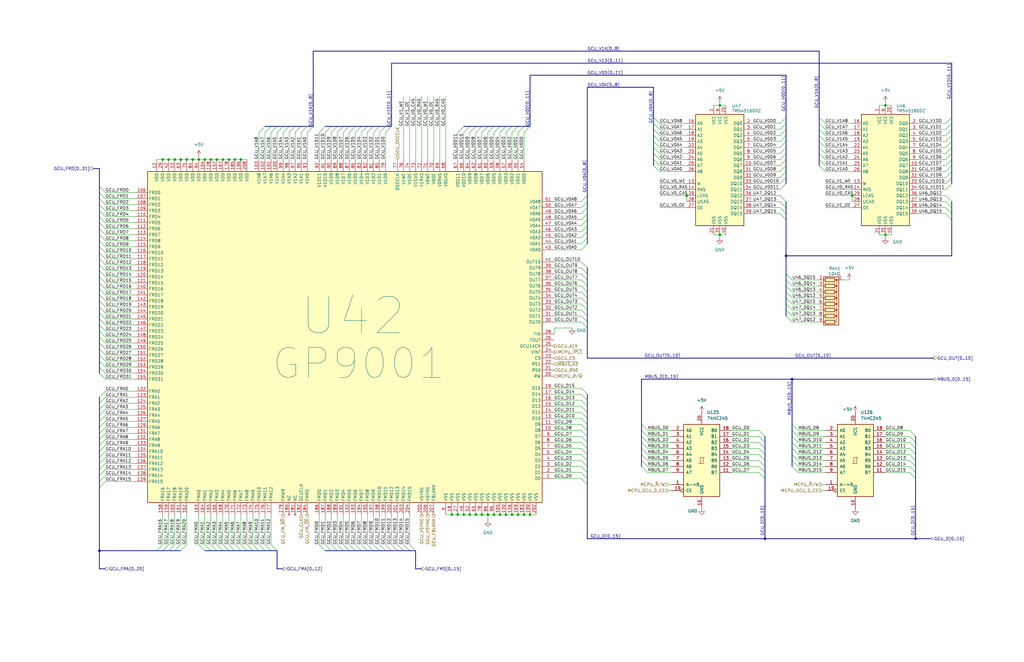
<source format=kicad_sch>
(kicad_sch (version 20231120) (generator "eeschema") (generator_version "8.0")
  (paper "B")
  (title_block (title "RA9704, GCU and GCU_V RAM") (date "2024-12-30") (rev "003") (company "Coin-Op Collection") (comment 1 "Author: Brandon Arnold") (comment 2 "License: CC BY-NC-SA 4.0"))
  (junction (at 322.58 227.33))
  (junction (at 96.52 67.31))
  (junction (at 220.98 217.17))
  (junction (at 76.2 67.31))
  (junction (at 91.44 67.31))
  (junction (at 93.98 67.31))
  (junction (at 83.82 67.31))
  (junction (at 215.9 217.17))
  (junction (at 213.36 217.17))
  (junction (at 193.04 217.17))
  (junction (at 203.2 217.17))
  (junction (at 78.74 67.31))
  (junction (at 218.44 217.17))
  (junction (at 198.12 217.17))
  (junction (at 289.56 82.55))
  (junction (at 99.06 67.31))
  (junction (at 71.12 67.31))
  (junction (at 86.36 67.31))
  (junction (at 195.58 217.17))
  (junction (at 68.58 67.31))
  (junction (at 101.6 67.31))
  (junction (at 73.66 67.31))
  (junction (at 223.52 217.17))
  (junction (at 359.41 82.55))
  (junction (at 190.5 217.17))
  (junction (at 331.47 107.95))
  (junction (at 210.82 217.17))
  (junction (at 88.9 67.31))
  (junction (at 205.74 217.17))
  (junction (at 200.66 217.17))
  (junction (at 303.53 99.06))
  (junction (at 373.38 99.06))
  (junction (at 81.28 67.31))
  (junction (at 208.28 217.17))
  (junction (at 303.53 44.45))
  (junction (at 386.08 227.33))
  (junction (at 41.91 232.41))
  (junction (at 373.38 44.45))
  (junction (at 334.01 160.02))
  (bus_entry (at 157.48 229.87) (size 2.54 2.54))
  (bus_entry (at 41.91 142.24) (size 2.54 2.54))
  (bus_entry (at 245.11 186.69) (size 2.54 2.54))
  (bus_entry (at 331.47 77.47) (size -2.54 2.54))
  (bus_entry (at 44.45 198.12) (size -2.54 2.54))
  (bus_entry (at 114.3 53.34) (size -2.54 2.54))
  (bus_entry (at 41.91 139.7) (size 2.54 2.54))
  (bus_entry (at 44.45 177.8) (size -2.54 2.54))
  (bus_entry (at 320.04 191.77) (size 2.54 2.54))
  (bus_entry (at 270.51 196.85) (size 2.54 2.54))
  (bus_entry (at 401.32 72.39) (size -2.54 2.54))
  (bus_entry (at 247.65 92.71) (size -2.54 2.54))
  (bus_entry (at 331.47 67.31) (size -2.54 2.54))
  (bus_entry (at 345.44 67.31) (size 2.54 2.54))
  (bus_entry (at 154.94 229.87) (size 2.54 2.54))
  (bus_entry (at 345.44 54.61) (size 2.54 2.54))
  (bus_entry (at 44.45 165.1) (size -2.54 2.54))
  (bus_entry (at 116.84 53.34) (size -2.54 2.54))
  (bus_entry (at 245.11 123.19) (size 2.54 2.54))
  (bus_entry (at 73.66 229.87) (size -2.54 2.54))
  (bus_entry (at 245.11 171.45) (size 2.54 2.54))
  (bus_entry (at 41.91 114.3) (size 2.54 2.54))
  (bus_entry (at 195.58 53.34) (size -2.54 2.54))
  (bus_entry (at 111.76 53.34) (size -2.54 2.54))
  (bus_entry (at 383.54 184.15) (size 2.54 2.54))
  (bus_entry (at 328.93 87.63) (size 2.54 2.54))
  (bus_entry (at 247.65 82.55) (size -2.54 2.54))
  (bus_entry (at 91.44 229.87) (size 2.54 2.54))
  (bus_entry (at 44.45 170.18) (size -2.54 2.54))
  (bus_entry (at 275.59 49.53) (size 2.54 2.54))
  (bus_entry (at 41.91 88.9) (size 2.54 2.54))
  (bus_entry (at 245.11 166.37) (size 2.54 2.54))
  (bus_entry (at 111.76 229.87) (size 2.54 2.54))
  (bus_entry (at 245.11 128.27) (size 2.54 2.54))
  (bus_entry (at 162.56 229.87) (size 2.54 2.54))
  (bus_entry (at 320.04 184.15) (size 2.54 2.54))
  (bus_entry (at 220.98 53.34) (size -2.54 2.54))
  (bus_entry (at 270.51 191.77) (size 2.54 2.54))
  (bus_entry (at 270.51 189.23) (size 2.54 2.54))
  (bus_entry (at 99.06 229.87) (size 2.54 2.54))
  (bus_entry (at 275.59 57.15) (size 2.54 2.54))
  (bus_entry (at 320.04 186.69) (size 2.54 2.54))
  (bus_entry (at 320.04 194.31) (size 2.54 2.54))
  (bus_entry (at 331.47 128.27) (size 2.54 2.54))
  (bus_entry (at 44.45 172.72) (size -2.54 2.54))
  (bus_entry (at 331.47 74.93) (size -2.54 2.54))
  (bus_entry (at 331.47 64.77) (size -2.54 2.54))
  (bus_entry (at 41.91 111.76) (size 2.54 2.54))
  (bus_entry (at 160.02 53.34) (size -2.54 2.54))
  (bus_entry (at 44.45 193.04) (size -2.54 2.54))
  (bus_entry (at 383.54 194.31) (size 2.54 2.54))
  (bus_entry (at 331.47 57.15) (size -2.54 2.54))
  (bus_entry (at 83.82 229.87) (size 2.54 2.54))
  (bus_entry (at 157.48 53.34) (size -2.54 2.54))
  (bus_entry (at 331.47 62.23) (size -2.54 2.54))
  (bus_entry (at 328.93 85.09) (size 2.54 2.54))
  (bus_entry (at 44.45 187.96) (size -2.54 2.54))
  (bus_entry (at 331.47 69.85) (size -2.54 2.54))
  (bus_entry (at 383.54 181.61) (size 2.54 2.54))
  (bus_entry (at 331.47 59.69) (size -2.54 2.54))
  (bus_entry (at 245.11 115.57) (size 2.54 2.54))
  (bus_entry (at 334.01 184.15) (size 2.54 2.54))
  (bus_entry (at 41.91 101.6) (size 2.54 2.54))
  (bus_entry (at 147.32 229.87) (size 2.54 2.54))
  (bus_entry (at 86.36 229.87) (size 2.54 2.54))
  (bus_entry (at 247.65 87.63) (size -2.54 2.54))
  (bus_entry (at 41.91 124.46) (size 2.54 2.54))
  (bus_entry (at 245.11 130.81) (size 2.54 2.54))
  (bus_entry (at 44.45 203.2) (size -2.54 2.54))
  (bus_entry (at 383.54 196.85) (size 2.54 2.54))
  (bus_entry (at 331.47 125.73) (size 2.54 2.54))
  (bus_entry (at 345.44 52.07) (size 2.54 2.54))
  (bus_entry (at 345.44 57.15) (size 2.54 2.54))
  (bus_entry (at 270.51 186.69) (size 2.54 2.54))
  (bus_entry (at 275.59 54.61) (size 2.54 2.54))
  (bus_entry (at 328.93 82.55) (size 2.54 2.54))
  (bus_entry (at 275.59 62.23) (size 2.54 2.54))
  (bus_entry (at 245.11 184.15) (size 2.54 2.54))
  (bus_entry (at 93.98 229.87) (size 2.54 2.54))
  (bus_entry (at 245.11 110.49) (size 2.54 2.54))
  (bus_entry (at 270.51 181.61) (size 2.54 2.54))
  (bus_entry (at 401.32 74.93) (size -2.54 2.54))
  (bus_entry (at 245.11 191.77) (size 2.54 2.54))
  (bus_entry (at 41.91 154.94) (size 2.54 2.54))
  (bus_entry (at 41.91 91.44) (size 2.54 2.54))
  (bus_entry (at 398.78 87.63) (size 2.54 2.54))
  (bus_entry (at 334.01 191.77) (size 2.54 2.54))
  (bus_entry (at 245.11 181.61) (size 2.54 2.54))
  (bus_entry (at 41.91 144.78) (size 2.54 2.54))
  (bus_entry (at 41.91 109.22) (size 2.54 2.54))
  (bus_entry (at 119.38 53.34) (size -2.54 2.54))
  (bus_entry (at 331.47 115.57) (size 2.54 2.54))
  (bus_entry (at 147.32 53.34) (size -2.54 2.54))
  (bus_entry (at 345.44 69.85) (size 2.54 2.54))
  (bus_entry (at 275.59 69.85) (size 2.54 2.54))
  (bus_entry (at 320.04 196.85) (size 2.54 2.54))
  (bus_entry (at 78.74 229.87) (size -2.54 2.54))
  (bus_entry (at 334.01 189.23) (size 2.54 2.54))
  (bus_entry (at 137.16 229.87) (size 2.54 2.54))
  (bus_entry (at 245.11 199.39) (size 2.54 2.54))
  (bus_entry (at 345.44 49.53) (size 2.54 2.54))
  (bus_entry (at 215.9 53.34) (size -2.54 2.54))
  (bus_entry (at 383.54 191.77) (size 2.54 2.54))
  (bus_entry (at 245.11 125.73) (size 2.54 2.54))
  (bus_entry (at 41.91 93.98) (size 2.54 2.54))
  (bus_entry (at 162.56 53.34) (size -2.54 2.54))
  (bus_entry (at 247.65 85.09) (size -2.54 2.54))
  (bus_entry (at 331.47 133.35) (size 2.54 2.54))
  (bus_entry (at 383.54 189.23) (size 2.54 2.54))
  (bus_entry (at 245.11 135.89) (size 2.54 2.54))
  (bus_entry (at 331.47 118.11) (size 2.54 2.54))
  (bus_entry (at 44.45 190.5) (size -2.54 2.54))
  (bus_entry (at 132.08 53.34) (size -2.54 2.54))
  (bus_entry (at 41.91 119.38) (size 2.54 2.54))
  (bus_entry (at 154.94 53.34) (size -2.54 2.54))
  (bus_entry (at 334.01 181.61) (size 2.54 2.54))
  (bus_entry (at 160.02 229.87) (size 2.54 2.54))
  (bus_entry (at 149.86 229.87) (size 2.54 2.54))
  (bus_entry (at 223.52 53.34) (size -2.54 2.54))
  (bus_entry (at 245.11 194.31) (size 2.54 2.54))
  (bus_entry (at 44.45 167.64) (size -2.54 2.54))
  (bus_entry (at 320.04 189.23) (size 2.54 2.54))
  (bus_entry (at 41.91 83.82) (size 2.54 2.54))
  (bus_entry (at 121.92 53.34) (size -2.54 2.54))
  (bus_entry (at 41.91 132.08) (size 2.54 2.54))
  (bus_entry (at 334.01 186.69) (size 2.54 2.54))
  (bus_entry (at 41.91 127) (size 2.54 2.54))
  (bus_entry (at 44.45 185.42) (size -2.54 2.54))
  (bus_entry (at 44.45 180.34) (size -2.54 2.54))
  (bus_entry (at 104.14 229.87) (size 2.54 2.54))
  (bus_entry (at 152.4 53.34) (size -2.54 2.54))
  (bus_entry (at 331.47 123.19) (size 2.54 2.54))
  (bus_entry (at 245.11 189.23) (size 2.54 2.54))
  (bus_entry (at 270.51 179.07) (size 2.54 2.54))
  (bus_entry (at 245.11 179.07) (size 2.54 2.54))
  (bus_entry (at 44.45 182.88) (size -2.54 2.54))
  (bus_entry (at 149.86 53.34) (size -2.54 2.54))
  (bus_entry (at 165.1 229.87) (size 2.54 2.54))
  (bus_entry (at 401.32 77.47) (size -2.54 2.54))
  (bus_entry (at 41.91 78.74) (size 2.54 2.54))
  (bus_entry (at 205.74 53.34) (size -2.54 2.54))
  (bus_entry (at 245.11 120.65) (size 2.54 2.54))
  (bus_entry (at 71.12 229.87) (size -2.54 2.54))
  (bus_entry (at 167.64 229.87) (size 2.54 2.54))
  (bus_entry (at 76.2 229.87) (size -2.54 2.54))
  (bus_entry (at 127 53.34) (size -2.54 2.54))
  (bus_entry (at 245.11 113.03) (size 2.54 2.54))
  (bus_entry (at 401.32 59.69) (size -2.54 2.54))
  (bus_entry (at 68.58 229.87) (size -2.54 2.54))
  (bus_entry (at 401.32 67.31) (size -2.54 2.54))
  (bus_entry (at 203.2 53.34) (size -2.54 2.54))
  (bus_entry (at 331.47 72.39) (size -2.54 2.54))
  (bus_entry (at 320.04 181.61) (size 2.54 2.54))
  (bus_entry (at 41.91 81.28) (size 2.54 2.54))
  (bus_entry (at 198.12 53.34) (size -2.54 2.54))
  (bus_entry (at 41.91 96.52) (size 2.54 2.54))
  (bus_entry (at 247.65 95.25) (size -2.54 2.54))
  (bus_entry (at 109.22 229.87) (size 2.54 2.54))
  (bus_entry (at 124.46 53.34) (size -2.54 2.54))
  (bus_entry (at 270.51 194.31) (size 2.54 2.54))
  (bus_entry (at 245.11 173.99) (size 2.54 2.54))
  (bus_entry (at 134.62 229.87) (size 2.54 2.54))
  (bus_entry (at 328.93 90.17) (size 2.54 2.54))
  (bus_entry (at 245.11 133.35) (size 2.54 2.54))
  (bus_entry (at 270.51 184.15) (size 2.54 2.54))
  (bus_entry (at 275.59 64.77) (size 2.54 2.54))
  (bus_entry (at 41.91 152.4) (size 2.54 2.54))
  (bus_entry (at 144.78 53.34) (size -2.54 2.54))
  (bus_entry (at 383.54 186.69) (size 2.54 2.54))
  (bus_entry (at 114.3 229.87) (size 2.54 2.54))
  (bus_entry (at 41.91 157.48) (size 2.54 2.54))
  (bus_entry (at 401.32 57.15) (size -2.54 2.54))
  (bus_entry (at 398.78 85.09) (size 2.54 2.54))
  (bus_entry (at 247.65 97.79) (size -2.54 2.54))
  (bus_entry (at 245.11 168.91) (size 2.54 2.54))
  (bus_entry (at 139.7 229.87) (size 2.54 2.54))
  (bus_entry (at 331.47 130.81) (size 2.54 2.54))
  (bus_entry (at 139.7 53.34) (size -2.54 2.54))
  (bus_entry (at 142.24 53.34) (size -2.54 2.54))
  (bus_entry (at 345.44 64.77) (size 2.54 2.54))
  (bus_entry (at 331.47 49.53) (size -2.54 2.54))
  (bus_entry (at 44.45 175.26) (size -2.54 2.54))
  (bus_entry (at 210.82 53.34) (size -2.54 2.54))
  (bus_entry (at 41.91 99.06) (size 2.54 2.54))
  (bus_entry (at 345.44 59.69) (size 2.54 2.54))
  (bus_entry (at 247.65 100.33) (size -2.54 2.54))
  (bus_entry (at 401.32 52.07) (size -2.54 2.54))
  (bus_entry (at 331.47 54.61) (size -2.54 2.54))
  (bus_entry (at 152.4 229.87) (size 2.54 2.54))
  (bus_entry (at 88.9 229.87) (size 2.54 2.54))
  (bus_entry (at 247.65 90.17) (size -2.54 2.54))
  (bus_entry (at 41.91 104.14) (size 2.54 2.54))
  (bus_entry (at 41.91 106.68) (size 2.54 2.54))
  (bus_entry (at 334.01 179.07) (size 2.54 2.54))
  (bus_entry (at 44.45 200.66) (size -2.54 2.54))
  (bus_entry (at 245.11 201.93) (size 2.54 2.54))
  (bus_entry (at 398.78 82.55) (size 2.54 2.54))
  (bus_entry (at 213.36 53.34) (size -2.54 2.54))
  (bus_entry (at 218.44 53.34) (size -2.54 2.54))
  (bus_entry (at 275.59 67.31) (size 2.54 2.54))
  (bus_entry (at 137.16 53.34) (size -2.54 2.54))
  (bus_entry (at 275.59 59.69) (size 2.54 2.54))
  (bus_entry (at 106.68 229.87) (size 2.54 2.54))
  (bus_entry (at 129.54 53.34) (size -2.54 2.54))
  (bus_entry (at 334.01 194.31) (size 2.54 2.54))
  (bus_entry (at 41.91 86.36) (size 2.54 2.54))
  (bus_entry (at 401.32 62.23) (size -2.54 2.54))
  (bus_entry (at 331.47 120.65) (size 2.54 2.54))
  (bus_entry (at 401.32 49.53) (size -2.54 2.54))
  (bus_entry (at 41.91 137.16) (size 2.54 2.54))
  (bus_entry (at 245.11 163.83) (size 2.54 2.54))
  (bus_entry (at 401.32 64.77) (size -2.54 2.54))
  (bus_entry (at 320.04 199.39) (size 2.54 2.54))
  (bus_entry (at 170.18 229.87) (size 2.54 2.54))
  (bus_entry (at 245.11 176.53) (size 2.54 2.54))
  (bus_entry (at 41.91 147.32) (size 2.54 2.54))
  (bus_entry (at 208.28 53.34) (size -2.54 2.54))
  (bus_entry (at 331.47 52.07) (size -2.54 2.54))
  (bus_entry (at 247.65 102.87) (size -2.54 2.54))
  (bus_entry (at 165.1 53.34) (size -2.54 2.54))
  (bus_entry (at 142.24 229.87) (size 2.54 2.54))
  (bus_entry (at 245.11 196.85) (size 2.54 2.54))
  (bus_entry (at 41.91 134.62) (size 2.54 2.54))
  (bus_entry (at 398.78 90.17) (size 2.54 2.54))
  (bus_entry (at 172.72 229.87) (size 2.54 2.54))
  (bus_entry (at 345.44 62.23) (size 2.54 2.54))
  (bus_entry (at 101.6 229.87) (size 2.54 2.54))
  (bus_entry (at 41.91 149.86) (size 2.54 2.54))
  (bus_entry (at 41.91 121.92) (size 2.54 2.54))
  (bus_entry (at 383.54 199.39) (size 2.54 2.54))
  (bus_entry (at 144.78 229.87) (size 2.54 2.54))
  (bus_entry (at 44.45 195.58) (size -2.54 2.54))
  (bus_entry (at 401.32 69.85) (size -2.54 2.54))
  (bus_entry (at 245.11 118.11) (size 2.54 2.54))
  (bus_entry (at 401.32 54.61) (size -2.54 2.54))
  (bus_entry (at 41.91 116.84) (size 2.54 2.54))
  (bus_entry (at 96.52 229.87) (size 2.54 2.54))
  (bus_entry (at 200.66 53.34) (size -2.54 2.54))
  (bus_entry (at 41.91 129.54) (size 2.54 2.54))
  (bus_entry (at 275.59 52.07) (size 2.54 2.54))
  (bus_entry (at 334.01 196.85) (size 2.54 2.54))
  (wire (pts (xy 44.45 193.04) (xy 57.15 193.04)))
  (wire (pts (xy 278.13 77.47) (xy 289.56 77.47)))
  (wire (pts (xy 144.78 55.88) (xy 144.78 67.31)))
  (bus (pts (xy 132.08 21.59) (xy 132.08 53.34)))
  (wire (pts (xy 289.56 52.07) (xy 278.13 52.07)))
  (wire (pts (xy 370.84 99.06) (xy 373.38 99.06)))
  (bus (pts (xy 345.44 62.23) (xy 345.44 59.69)))
  (bus (pts (xy 247.65 199.39) (xy 247.65 201.93)))
  (wire (pts (xy 93.98 67.31) (xy 96.52 67.31)))
  (bus (pts (xy 386.08 191.77) (xy 386.08 194.31)))
  (bus (pts (xy 99.06 232.41) (xy 101.6 232.41)))
  (wire (pts (xy 167.64 229.87) (xy 167.64 217.17)))
  (wire (pts (xy 182.88 40.64) (xy 182.88 67.31)))
  (bus (pts (xy 41.91 175.26) (xy 41.91 177.8)))
  (wire (pts (xy 170.18 40.64) (xy 170.18 67.31)))
  (wire (pts (xy 373.38 194.31) (xy 383.54 194.31)))
  (wire (pts (xy 44.45 86.36) (xy 57.15 86.36)))
  (wire (pts (xy 233.68 113.03) (xy 245.11 113.03)))
  (bus (pts (xy 41.91 144.78) (xy 41.91 142.24)))
  (wire (pts (xy 336.55 196.85) (xy 347.98 196.85)))
  (wire (pts (xy 195.58 217.17) (xy 198.12 217.17)))
  (wire (pts (xy 223.52 217.17) (xy 226.06 217.17)))
  (wire (pts (xy 245.11 87.63) (xy 233.68 87.63)))
  (wire (pts (xy 187.96 217.17) (xy 190.5 217.17)))
  (wire (pts (xy 359.41 52.07) (xy 347.98 52.07)))
  (bus (pts (xy 200.66 53.34) (xy 203.2 53.34)))
  (bus (pts (xy 247.65 95.25) (xy 247.65 92.71)))
  (wire (pts (xy 359.41 67.31) (xy 347.98 67.31)))
  (bus (pts (xy 270.51 196.85) (xy 270.51 194.31)))
  (wire (pts (xy 289.56 57.15) (xy 278.13 57.15)))
  (wire (pts (xy 373.38 199.39) (xy 383.54 199.39)))
  (wire (pts (xy 336.55 181.61) (xy 347.98 181.61)))
  (bus (pts (xy 275.59 67.31) (xy 275.59 69.85)))
  (wire (pts (xy 106.68 229.87) (xy 106.68 217.17)))
  (bus (pts (xy 345.44 49.53) (xy 345.44 21.59)))
  (wire (pts (xy 83.82 66.04) (xy 83.82 67.31)))
  (bus (pts (xy 322.58 227.33) (xy 386.08 227.33)))
  (wire (pts (xy 44.45 88.9) (xy 57.15 88.9)))
  (wire (pts (xy 245.11 95.25) (xy 233.68 95.25)))
  (bus (pts (xy 41.91 152.4) (xy 41.91 149.86)))
  (bus (pts (xy 247.65 123.19) (xy 247.65 125.73)))
  (bus (pts (xy 41.91 124.46) (xy 41.91 121.92)))
  (bus (pts (xy 334.01 179.07) (xy 334.01 181.61)))
  (wire (pts (xy 165.1 229.87) (xy 165.1 217.17)))
  (wire (pts (xy 328.93 72.39) (xy 317.5 72.39)))
  (bus (pts (xy 41.91 104.14) (xy 41.91 101.6)))
  (wire (pts (xy 175.26 40.64) (xy 175.26 67.31)))
  (wire (pts (xy 347.98 82.55) (xy 359.41 82.55)))
  (wire (pts (xy 233.68 171.45) (xy 245.11 171.45)))
  (wire (pts (xy 137.16 229.87) (xy 137.16 217.17)))
  (wire (pts (xy 359.41 54.61) (xy 347.98 54.61)))
  (wire (pts (xy 334.01 125.73) (xy 345.44 125.73)))
  (bus (pts (xy 167.64 232.41) (xy 170.18 232.41)))
  (bus (pts (xy 111.76 232.41) (xy 114.3 232.41)))
  (bus (pts (xy 275.59 57.15) (xy 275.59 59.69)))
  (wire (pts (xy 99.06 67.31) (xy 101.6 67.31)))
  (wire (pts (xy 44.45 175.26) (xy 57.15 175.26)))
  (wire (pts (xy 317.5 87.63) (xy 328.93 87.63)))
  (bus (pts (xy 93.98 232.41) (xy 96.52 232.41)))
  (wire (pts (xy 109.22 55.88) (xy 109.22 67.31)))
  (wire (pts (xy 328.93 67.31) (xy 317.5 67.31)))
  (bus (pts (xy 247.65 87.63) (xy 247.65 85.09)))
  (wire (pts (xy 93.98 229.87) (xy 93.98 217.17)))
  (bus (pts (xy 401.32 62.23) (xy 401.32 59.69)))
  (bus (pts (xy 275.59 59.69) (xy 275.59 62.23)))
  (bus (pts (xy 322.58 201.93) (xy 322.58 227.33)))
  (wire (pts (xy 289.56 54.61) (xy 278.13 54.61)))
  (wire (pts (xy 398.78 80.01) (xy 387.35 80.01)))
  (bus (pts (xy 41.91 127) (xy 41.91 124.46)))
  (bus (pts (xy 157.48 232.41) (xy 160.02 232.41)))
  (bus (pts (xy 66.04 232.41) (xy 41.91 232.41)))
  (bus (pts (xy 401.32 90.17) (xy 401.32 92.71)))
  (wire (pts (xy 160.02 229.87) (xy 160.02 217.17)))
  (bus (pts (xy 247.65 113.03) (xy 247.65 115.57)))
  (bus (pts (xy 401.32 77.47) (xy 401.32 74.93)))
  (wire (pts (xy 328.93 77.47) (xy 317.5 77.47)))
  (wire (pts (xy 289.56 82.55) (xy 289.56 85.09)))
  (bus (pts (xy 247.65 97.79) (xy 247.65 95.25)))
  (bus (pts (xy 247.65 173.99) (xy 247.65 176.53)))
  (bus (pts (xy 331.47 128.27) (xy 331.47 130.81)))
  (bus (pts (xy 41.91 154.94) (xy 41.91 152.4)))
  (bus (pts (xy 247.65 204.47) (xy 247.65 227.33)))
  (wire (pts (xy 66.04 67.31) (xy 68.58 67.31)))
  (bus (pts (xy 386.08 184.15) (xy 386.08 186.69)))
  (bus (pts (xy 41.91 198.12) (xy 41.91 200.66)))
  (bus (pts (xy 142.24 232.41) (xy 144.78 232.41)))
  (wire (pts (xy 233.68 191.77) (xy 245.11 191.77)))
  (wire (pts (xy 139.7 229.87) (xy 139.7 217.17)))
  (wire (pts (xy 233.68 166.37) (xy 245.11 166.37)))
  (wire (pts (xy 245.11 90.17) (xy 233.68 90.17)))
  (wire (pts (xy 245.11 85.09) (xy 233.68 85.09)))
  (wire (pts (xy 180.34 40.64) (xy 180.34 67.31)))
  (wire (pts (xy 328.93 80.01) (xy 317.5 80.01)))
  (wire (pts (xy 328.93 54.61) (xy 317.5 54.61)))
  (wire (pts (xy 203.2 55.88) (xy 203.2 67.31)))
  (bus (pts (xy 247.65 138.43) (xy 247.65 151.13)))
  (bus (pts (xy 218.44 53.34) (xy 220.98 53.34)))
  (wire (pts (xy 177.8 40.64) (xy 177.8 67.31)))
  (bus (pts (xy 247.65 130.81) (xy 247.65 133.35)))
  (wire (pts (xy 96.52 67.31) (xy 99.06 67.31)))
  (bus (pts (xy 270.51 194.31) (xy 270.51 191.77)))
  (wire (pts (xy 154.94 229.87) (xy 154.94 217.17)))
  (wire (pts (xy 198.12 217.17) (xy 200.66 217.17)))
  (wire (pts (xy 44.45 165.1) (xy 57.15 165.1)))
  (bus (pts (xy 275.59 62.23) (xy 275.59 64.77)))
  (wire (pts (xy 398.78 52.07) (xy 387.35 52.07)))
  (wire (pts (xy 213.36 217.17) (xy 215.9 217.17)))
  (bus (pts (xy 91.44 232.41) (xy 93.98 232.41)))
  (bus (pts (xy 334.01 191.77) (xy 334.01 194.31)))
  (bus (pts (xy 247.65 181.61) (xy 247.65 184.15)))
  (bus (pts (xy 334.01 186.69) (xy 334.01 189.23)))
  (wire (pts (xy 198.12 55.88) (xy 198.12 67.31)))
  (bus (pts (xy 139.7 53.34) (xy 142.24 53.34)))
  (bus (pts (xy 165.1 232.41) (xy 167.64 232.41)))
  (wire (pts (xy 334.01 128.27) (xy 345.44 128.27)))
  (bus (pts (xy 270.51 186.69) (xy 270.51 184.15)))
  (bus (pts (xy 73.66 232.41) (xy 71.12 232.41)))
  (wire (pts (xy 245.11 105.41) (xy 233.68 105.41)))
  (bus (pts (xy 247.65 151.13) (xy 393.7 151.13)))
  (bus (pts (xy 345.44 54.61) (xy 345.44 52.07)))
  (wire (pts (xy 328.93 62.23) (xy 317.5 62.23)))
  (bus (pts (xy 203.2 53.34) (xy 205.74 53.34)))
  (bus (pts (xy 401.32 59.69) (xy 401.32 57.15)))
  (wire (pts (xy 328.93 57.15) (xy 317.5 57.15)))
  (bus (pts (xy 172.72 232.41) (xy 175.26 232.41)))
  (wire (pts (xy 308.61 191.77) (xy 320.04 191.77)))
  (wire (pts (xy 373.38 186.69) (xy 383.54 186.69)))
  (wire (pts (xy 111.76 229.87) (xy 111.76 217.17)))
  (bus (pts (xy 247.65 191.77) (xy 247.65 194.31)))
  (bus (pts (xy 331.47 69.85) (xy 331.47 67.31)))
  (wire (pts (xy 359.41 64.77) (xy 347.98 64.77)))
  (bus (pts (xy 175.26 240.03) (xy 177.8 240.03)))
  (wire (pts (xy 398.78 59.69) (xy 387.35 59.69)))
  (bus (pts (xy 331.47 49.53) (xy 331.47 31.75)))
  (bus (pts (xy 247.65 125.73) (xy 247.65 128.27)))
  (wire (pts (xy 336.55 191.77) (xy 347.98 191.77)))
  (bus (pts (xy 114.3 232.41) (xy 116.84 232.41)))
  (bus (pts (xy 223.52 31.75) (xy 223.52 53.34)))
  (bus (pts (xy 275.59 54.61) (xy 275.59 57.15)))
  (wire (pts (xy 398.78 54.61) (xy 387.35 54.61)))
  (wire (pts (xy 359.41 72.39) (xy 347.98 72.39)))
  (wire (pts (xy 398.78 62.23) (xy 387.35 62.23)))
  (wire (pts (xy 44.45 154.94) (xy 57.15 154.94)))
  (bus (pts (xy 165.1 53.34) (xy 165.1 26.67)))
  (bus (pts (xy 331.47 59.69) (xy 331.47 57.15)))
  (bus (pts (xy 41.91 149.86) (xy 41.91 147.32)))
  (bus (pts (xy 331.47 67.31) (xy 331.47 64.77)))
  (wire (pts (xy 398.78 74.93) (xy 387.35 74.93)))
  (bus (pts (xy 149.86 53.34) (xy 152.4 53.34)))
  (wire (pts (xy 328.93 69.85) (xy 317.5 69.85)))
  (wire (pts (xy 346.71 207.01) (xy 347.98 207.01)))
  (wire (pts (xy 162.56 55.88) (xy 162.56 67.31)))
  (wire (pts (xy 114.3 229.87) (xy 114.3 217.17)))
  (wire (pts (xy 144.78 229.87) (xy 144.78 217.17)))
  (bus (pts (xy 41.91 132.08) (xy 41.91 129.54)))
  (wire (pts (xy 308.61 184.15) (xy 320.04 184.15)))
  (bus (pts (xy 247.65 227.33) (xy 322.58 227.33)))
  (bus (pts (xy 39.37 71.12) (xy 41.91 71.12)))
  (wire (pts (xy 308.61 196.85) (xy 320.04 196.85)))
  (wire (pts (xy 317.5 90.17) (xy 328.93 90.17)))
  (wire (pts (xy 172.72 229.87) (xy 172.72 217.17)))
  (wire (pts (xy 245.11 100.33) (xy 233.68 100.33)))
  (wire (pts (xy 195.58 55.88) (xy 195.58 67.31)))
  (bus (pts (xy 247.65 92.71) (xy 247.65 90.17)))
  (wire (pts (xy 308.61 194.31) (xy 320.04 194.31)))
  (wire (pts (xy 289.56 59.69) (xy 278.13 59.69)))
  (wire (pts (xy 134.62 229.87) (xy 134.62 217.17)))
  (bus (pts (xy 119.38 53.34) (xy 121.92 53.34)))
  (bus (pts (xy 41.91 167.64) (xy 41.91 170.18)))
  (bus (pts (xy 41.91 200.66) (xy 41.91 203.2)))
  (bus (pts (xy 195.58 53.34) (xy 198.12 53.34)))
  (bus (pts (xy 331.47 54.61) (xy 331.47 52.07)))
  (wire (pts (xy 373.38 43.18) (xy 373.38 44.45)))
  (bus (pts (xy 101.6 232.41) (xy 104.14 232.41)))
  (bus (pts (xy 127 53.34) (xy 129.54 53.34)))
  (wire (pts (xy 233.68 168.91) (xy 245.11 168.91)))
  (wire (pts (xy 373.38 99.06) (xy 375.92 99.06)))
  (bus (pts (xy 345.44 64.77) (xy 345.44 62.23)))
  (wire (pts (xy 233.68 115.57) (xy 245.11 115.57)))
  (bus (pts (xy 121.92 53.34) (xy 124.46 53.34)))
  (wire (pts (xy 233.68 133.35) (xy 245.11 133.35)))
  (wire (pts (xy 373.38 196.85) (xy 383.54 196.85)))
  (wire (pts (xy 373.38 184.15) (xy 383.54 184.15)))
  (wire (pts (xy 215.9 55.88) (xy 215.9 67.31)))
  (wire (pts (xy 137.16 55.88) (xy 137.16 67.31)))
  (bus (pts (xy 41.91 91.44) (xy 41.91 88.9)))
  (bus (pts (xy 41.91 119.38) (xy 41.91 116.84)))
  (wire (pts (xy 281.94 204.47) (xy 283.21 204.47)))
  (wire (pts (xy 44.45 119.38) (xy 57.15 119.38)))
  (bus (pts (xy 41.91 99.06) (xy 41.91 96.52)))
  (bus (pts (xy 152.4 232.41) (xy 154.94 232.41)))
  (wire (pts (xy 44.45 144.78) (xy 57.15 144.78)))
  (wire (pts (xy 205.74 219.71) (xy 205.74 217.17)))
  (bus (pts (xy 162.56 232.41) (xy 165.1 232.41)))
  (wire (pts (xy 44.45 172.72) (xy 57.15 172.72)))
  (wire (pts (xy 308.61 181.61) (xy 320.04 181.61)))
  (wire (pts (xy 213.36 55.88) (xy 213.36 67.31)))
  (bus (pts (xy 175.26 232.41) (xy 175.26 240.03)))
  (wire (pts (xy 218.44 55.88) (xy 218.44 67.31)))
  (bus (pts (xy 331.47 85.09) (xy 331.47 87.63)))
  (bus (pts (xy 331.47 74.93) (xy 331.47 72.39)))
  (wire (pts (xy 387.35 85.09) (xy 398.78 85.09)))
  (bus (pts (xy 41.91 205.74) (xy 41.91 232.41)))
  (bus (pts (xy 86.36 232.41) (xy 88.9 232.41)))
  (bus (pts (xy 137.16 232.41) (xy 139.7 232.41)))
  (wire (pts (xy 336.55 184.15) (xy 347.98 184.15)))
  (wire (pts (xy 220.98 55.88) (xy 220.98 67.31)))
  (bus (pts (xy 139.7 232.41) (xy 142.24 232.41)))
  (wire (pts (xy 308.61 189.23) (xy 320.04 189.23)))
  (wire (pts (xy 187.96 40.64) (xy 187.96 67.31)))
  (wire (pts (xy 289.56 67.31) (xy 278.13 67.31)))
  (wire (pts (xy 336.55 199.39) (xy 347.98 199.39)))
  (bus (pts (xy 401.32 87.63) (xy 401.32 90.17)))
  (wire (pts (xy 373.38 181.61) (xy 383.54 181.61)))
  (bus (pts (xy 41.91 86.36) (xy 41.91 83.82)))
  (bus (pts (xy 247.65 90.17) (xy 247.65 87.63)))
  (wire (pts (xy 44.45 106.68) (xy 57.15 106.68)))
  (wire (pts (xy 96.52 229.87) (xy 96.52 217.17)))
  (bus (pts (xy 41.91 96.52) (xy 41.91 93.98)))
  (wire (pts (xy 44.45 116.84) (xy 57.15 116.84)))
  (bus (pts (xy 41.91 83.82) (xy 41.91 81.28)))
  (bus (pts (xy 160.02 53.34) (xy 162.56 53.34)))
  (bus (pts (xy 41.91 111.76) (xy 41.91 109.22)))
  (wire (pts (xy 139.7 55.88) (xy 139.7 67.31)))
  (bus (pts (xy 142.24 53.34) (xy 144.78 53.34)))
  (bus (pts (xy 41.91 114.3) (xy 41.91 111.76)))
  (bus (pts (xy 270.51 179.07) (xy 270.51 160.02)))
  (bus (pts (xy 386.08 186.69) (xy 386.08 189.23)))
  (wire (pts (xy 101.6 67.31) (xy 104.14 67.31)))
  (wire (pts (xy 44.45 132.08) (xy 57.15 132.08)))
  (bus (pts (xy 114.3 53.34) (xy 116.84 53.34)))
  (wire (pts (xy 142.24 55.88) (xy 142.24 67.31)))
  (wire (pts (xy 359.41 69.85) (xy 347.98 69.85)))
  (bus (pts (xy 334.01 160.02) (xy 334.01 179.07)))
  (wire (pts (xy 73.66 229.87) (xy 73.66 217.17)))
  (bus (pts (xy 247.65 189.23) (xy 247.65 191.77)))
  (wire (pts (xy 44.45 160.02) (xy 57.15 160.02)))
  (wire (pts (xy 68.58 67.31) (xy 71.12 67.31)))
  (wire (pts (xy 289.56 69.85) (xy 278.13 69.85)))
  (bus (pts (xy 149.86 232.41) (xy 152.4 232.41)))
  (wire (pts (xy 347.98 80.01) (xy 359.41 80.01)))
  (wire (pts (xy 306.07 44.45) (xy 303.53 44.45)))
  (bus (pts (xy 270.51 160.02) (xy 334.01 160.02)))
  (bus (pts (xy 345.44 57.15) (xy 345.44 54.61)))
  (wire (pts (xy 44.45 170.18) (xy 57.15 170.18)))
  (bus (pts (xy 247.65 166.37) (xy 247.65 168.91)))
  (wire (pts (xy 328.93 52.07) (xy 317.5 52.07)))
  (wire (pts (xy 359.41 82.55) (xy 359.41 85.09)))
  (bus (pts (xy 147.32 53.34) (xy 149.86 53.34)))
  (bus (pts (xy 386.08 201.93) (xy 386.08 227.33)))
  (wire (pts (xy 398.78 67.31) (xy 387.35 67.31)))
  (wire (pts (xy 44.45 139.7) (xy 57.15 139.7)))
  (bus (pts (xy 41.91 232.41) (xy 41.91 240.03)))
  (wire (pts (xy 44.45 99.06) (xy 57.15 99.06)))
  (wire (pts (xy 44.45 185.42) (xy 57.15 185.42)))
  (wire (pts (xy 44.45 81.28) (xy 57.15 81.28)))
  (wire (pts (xy 121.92 55.88) (xy 121.92 67.31)))
  (wire (pts (xy 303.53 99.06) (xy 300.99 99.06)))
  (bus (pts (xy 41.91 134.62) (xy 41.91 132.08)))
  (bus (pts (xy 208.28 53.34) (xy 210.82 53.34)))
  (wire (pts (xy 373.38 189.23) (xy 383.54 189.23)))
  (bus (pts (xy 198.12 53.34) (xy 200.66 53.34)))
  (wire (pts (xy 359.41 57.15) (xy 347.98 57.15)))
  (wire (pts (xy 289.56 72.39) (xy 278.13 72.39)))
  (wire (pts (xy 44.45 111.76) (xy 57.15 111.76)))
  (bus (pts (xy 116.84 232.41) (xy 116.84 240.03)))
  (wire (pts (xy 233.68 110.49) (xy 245.11 110.49)))
  (wire (pts (xy 44.45 149.86) (xy 57.15 149.86)))
  (wire (pts (xy 44.45 104.14) (xy 57.15 104.14)))
  (wire (pts (xy 152.4 229.87) (xy 152.4 217.17)))
  (wire (pts (xy 149.86 229.87) (xy 149.86 217.17)))
  (bus (pts (xy 331.47 72.39) (xy 331.47 69.85)))
  (bus (pts (xy 331.47 118.11) (xy 331.47 120.65)))
  (wire (pts (xy 398.78 69.85) (xy 387.35 69.85)))
  (bus (pts (xy 322.58 186.69) (xy 322.58 189.23)))
  (bus (pts (xy 401.32 69.85) (xy 401.32 67.31)))
  (wire (pts (xy 233.68 196.85) (xy 245.11 196.85)))
  (bus (pts (xy 41.91 157.48) (xy 41.91 154.94)))
  (wire (pts (xy 334.01 120.65) (xy 345.44 120.65)))
  (bus (pts (xy 247.65 82.55) (xy 247.65 36.83)))
  (bus (pts (xy 41.91 182.88) (xy 41.91 185.42)))
  (bus (pts (xy 68.58 232.41) (xy 66.04 232.41)))
  (bus (pts (xy 331.47 123.19) (xy 331.47 125.73)))
  (bus (pts (xy 331.47 52.07) (xy 331.47 49.53)))
  (wire (pts (xy 273.05 194.31) (xy 283.21 194.31)))
  (wire (pts (xy 358.14 118.11) (xy 355.6 118.11)))
  (wire (pts (xy 233.68 194.31) (xy 245.11 194.31)))
  (bus (pts (xy 41.91 203.2) (xy 41.91 205.74)))
  (bus (pts (xy 386.08 194.31) (xy 386.08 196.85)))
  (wire (pts (xy 44.45 93.98) (xy 57.15 93.98)))
  (wire (pts (xy 233.68 140.97) (xy 233.68 138.43)))
  (bus (pts (xy 215.9 53.34) (xy 218.44 53.34)))
  (bus (pts (xy 41.91 109.22) (xy 41.91 106.68)))
  (wire (pts (xy 44.45 167.64) (xy 57.15 167.64)))
  (wire (pts (xy 71.12 67.31) (xy 73.66 67.31)))
  (wire (pts (xy 346.71 204.47) (xy 347.98 204.47)))
  (wire (pts (xy 160.02 55.88) (xy 160.02 67.31)))
  (wire (pts (xy 114.3 55.88) (xy 114.3 67.31)))
  (wire (pts (xy 289.56 64.77) (xy 278.13 64.77)))
  (wire (pts (xy 370.84 44.45) (xy 373.38 44.45)))
  (wire (pts (xy 398.78 57.15) (xy 387.35 57.15)))
  (wire (pts (xy 317.5 82.55) (xy 328.93 82.55)))
  (bus (pts (xy 331.47 130.81) (xy 331.47 133.35)))
  (wire (pts (xy 185.42 40.64) (xy 185.42 67.31)))
  (wire (pts (xy 44.45 190.5) (xy 57.15 190.5)))
  (wire (pts (xy 44.45 134.62) (xy 57.15 134.62)))
  (wire (pts (xy 68.58 229.87) (xy 68.58 217.17)))
  (wire (pts (xy 308.61 199.39) (xy 320.04 199.39)))
  (wire (pts (xy 215.9 217.17) (xy 218.44 217.17)))
  (bus (pts (xy 41.91 142.24) (xy 41.91 139.7)))
  (bus (pts (xy 331.47 57.15) (xy 331.47 54.61)))
  (wire (pts (xy 44.45 200.66) (xy 57.15 200.66)))
  (wire (pts (xy 303.53 99.06) (xy 306.07 99.06)))
  (bus (pts (xy 41.91 101.6) (xy 41.91 99.06)))
  (wire (pts (xy 88.9 229.87) (xy 88.9 217.17)))
  (bus (pts (xy 247.65 36.83) (xy 275.59 36.83)))
  (bus (pts (xy 386.08 196.85) (xy 386.08 199.39)))
  (wire (pts (xy 44.45 157.48) (xy 57.15 157.48)))
  (wire (pts (xy 387.35 87.63) (xy 398.78 87.63)))
  (wire (pts (xy 373.38 191.77) (xy 383.54 191.77)))
  (wire (pts (xy 336.55 186.69) (xy 347.98 186.69)))
  (bus (pts (xy 213.36 53.34) (xy 215.9 53.34)))
  (wire (pts (xy 347.98 87.63) (xy 359.41 87.63)))
  (wire (pts (xy 86.36 229.87) (xy 86.36 217.17)))
  (wire (pts (xy 127 55.88) (xy 127 67.31)))
  (bus (pts (xy 386.08 227.33) (xy 392.43 227.33)))
  (bus (pts (xy 247.65 133.35) (xy 247.65 135.89)))
  (wire (pts (xy 73.66 67.31) (xy 76.2 67.31)))
  (bus (pts (xy 144.78 53.34) (xy 147.32 53.34)))
  (wire (pts (xy 233.68 184.15) (xy 245.11 184.15)))
  (bus (pts (xy 41.91 195.58) (xy 41.91 198.12)))
  (wire (pts (xy 210.82 217.17) (xy 213.36 217.17)))
  (bus (pts (xy 247.65 85.09) (xy 247.65 82.55)))
  (wire (pts (xy 387.35 82.55) (xy 398.78 82.55)))
  (bus (pts (xy 331.47 90.17) (xy 331.47 92.71)))
  (wire (pts (xy 317.5 85.09) (xy 328.93 85.09)))
  (bus (pts (xy 210.82 53.34) (xy 213.36 53.34)))
  (bus (pts (xy 41.91 177.8) (xy 41.91 180.34)))
  (wire (pts (xy 233.68 163.83) (xy 245.11 163.83)))
  (wire (pts (xy 44.45 91.44) (xy 57.15 91.44)))
  (bus (pts (xy 41.91 187.96) (xy 41.91 190.5)))
  (bus (pts (xy 154.94 232.41) (xy 157.48 232.41)))
  (wire (pts (xy 328.93 59.69) (xy 317.5 59.69)))
  (wire (pts (xy 359.41 59.69) (xy 347.98 59.69)))
  (bus (pts (xy 41.91 121.92) (xy 41.91 119.38)))
  (wire (pts (xy 154.94 55.88) (xy 154.94 67.31)))
  (wire (pts (xy 76.2 229.87) (xy 76.2 217.17)))
  (wire (pts (xy 233.68 176.53) (xy 245.11 176.53)))
  (bus (pts (xy 76.2 232.41) (xy 73.66 232.41)))
  (bus (pts (xy 345.44 21.59) (xy 132.08 21.59)))
  (bus (pts (xy 401.32 52.07) (xy 401.32 49.53)))
  (wire (pts (xy 147.32 229.87) (xy 147.32 217.17)))
  (bus (pts (xy 247.65 118.11) (xy 247.65 120.65)))
  (bus (pts (xy 247.65 196.85) (xy 247.65 199.39)))
  (bus (pts (xy 247.65 186.69) (xy 247.65 189.23)))
  (wire (pts (xy 233.68 173.99) (xy 245.11 173.99)))
  (wire (pts (xy 387.35 90.17) (xy 398.78 90.17)))
  (wire (pts (xy 44.45 195.58) (xy 57.15 195.58)))
  (wire (pts (xy 273.05 184.15) (xy 283.21 184.15)))
  (bus (pts (xy 331.47 107.95) (xy 401.32 107.95)))
  (bus (pts (xy 401.32 54.61) (xy 401.32 52.07)))
  (bus (pts (xy 270.51 181.61) (xy 270.51 179.07)))
  (bus (pts (xy 247.65 135.89) (xy 247.65 138.43)))
  (wire (pts (xy 86.36 67.31) (xy 88.9 67.31)))
  (wire (pts (xy 44.45 198.12) (xy 57.15 198.12)))
  (bus (pts (xy 247.65 168.91) (xy 247.65 171.45)))
  (wire (pts (xy 334.01 135.89) (xy 345.44 135.89)))
  (bus (pts (xy 88.9 232.41) (xy 91.44 232.41)))
  (wire (pts (xy 303.53 43.18) (xy 303.53 44.45)))
  (bus (pts (xy 331.47 115.57) (xy 331.47 118.11)))
  (wire (pts (xy 300.99 44.45) (xy 303.53 44.45)))
  (bus (pts (xy 331.47 120.65) (xy 331.47 123.19)))
  (bus (pts (xy 41.91 240.03) (xy 44.45 240.03)))
  (wire (pts (xy 208.28 55.88) (xy 208.28 67.31)))
  (bus (pts (xy 401.32 74.93) (xy 401.32 72.39)))
  (wire (pts (xy 44.45 180.34) (xy 57.15 180.34)))
  (wire (pts (xy 233.68 118.11) (xy 245.11 118.11)))
  (bus (pts (xy 275.59 36.83) (xy 275.59 49.53)))
  (wire (pts (xy 233.68 181.61) (xy 245.11 181.61)))
  (bus (pts (xy 124.46 53.34) (xy 127 53.34)))
  (wire (pts (xy 328.93 74.93) (xy 317.5 74.93)))
  (bus (pts (xy 247.65 100.33) (xy 247.65 97.79)))
  (bus (pts (xy 331.47 64.77) (xy 331.47 62.23)))
  (wire (pts (xy 273.05 186.69) (xy 283.21 186.69)))
  (bus (pts (xy 247.65 128.27) (xy 247.65 130.81)))
  (wire (pts (xy 104.14 229.87) (xy 104.14 217.17)))
  (bus (pts (xy 345.44 69.85) (xy 345.44 67.31)))
  (wire (pts (xy 44.45 177.8) (xy 57.15 177.8)))
  (wire (pts (xy 44.45 203.2) (xy 57.15 203.2)))
  (wire (pts (xy 398.78 72.39) (xy 387.35 72.39)))
  (bus (pts (xy 109.22 232.41) (xy 111.76 232.41)))
  (bus (pts (xy 96.52 232.41) (xy 99.06 232.41)))
  (bus (pts (xy 247.65 201.93) (xy 247.65 204.47)))
  (wire (pts (xy 278.13 82.55) (xy 289.56 82.55)))
  (bus (pts (xy 322.58 191.77) (xy 322.58 194.31)))
  (bus (pts (xy 247.65 176.53) (xy 247.65 179.07)))
  (bus (pts (xy 157.48 53.34) (xy 160.02 53.34)))
  (wire (pts (xy 44.45 152.4) (xy 57.15 152.4)))
  (bus (pts (xy 334.01 160.02) (xy 393.7 160.02)))
  (bus (pts (xy 345.44 67.31) (xy 345.44 64.77)))
  (wire (pts (xy 245.11 92.71) (xy 233.68 92.71)))
  (bus (pts (xy 275.59 64.77) (xy 275.59 67.31)))
  (bus (pts (xy 41.91 190.5) (xy 41.91 193.04)))
  (wire (pts (xy 116.84 55.88) (xy 116.84 67.31)))
  (wire (pts (xy 190.5 217.17) (xy 193.04 217.17)))
  (bus (pts (xy 331.47 125.73) (xy 331.47 128.27)))
  (wire (pts (xy 44.45 137.16) (xy 57.15 137.16)))
  (bus (pts (xy 331.47 92.71) (xy 331.47 107.95)))
  (bus (pts (xy 275.59 52.07) (xy 275.59 54.61)))
  (wire (pts (xy 233.68 179.07) (xy 245.11 179.07)))
  (wire (pts (xy 44.45 96.52) (xy 57.15 96.52)))
  (bus (pts (xy 322.58 184.15) (xy 322.58 186.69)))
  (bus (pts (xy 270.51 184.15) (xy 270.51 181.61)))
  (wire (pts (xy 44.45 83.82) (xy 57.15 83.82)))
  (wire (pts (xy 152.4 55.88) (xy 152.4 67.31)))
  (wire (pts (xy 245.11 102.87) (xy 233.68 102.87)))
  (wire (pts (xy 233.68 135.89) (xy 245.11 135.89)))
  (wire (pts (xy 233.68 130.81) (xy 245.11 130.81)))
  (wire (pts (xy 334.01 123.19) (xy 345.44 123.19)))
  (wire (pts (xy 149.86 55.88) (xy 149.86 67.31)))
  (wire (pts (xy 281.94 207.01) (xy 283.21 207.01)))
  (wire (pts (xy 142.24 229.87) (xy 142.24 217.17)))
  (bus (pts (xy 41.91 172.72) (xy 41.91 175.26)))
  (wire (pts (xy 359.41 62.23) (xy 347.98 62.23)))
  (bus (pts (xy 331.47 87.63) (xy 331.47 90.17)))
  (wire (pts (xy 398.78 64.77) (xy 387.35 64.77)))
  (bus (pts (xy 386.08 189.23) (xy 386.08 191.77)))
  (wire (pts (xy 44.45 114.3) (xy 57.15 114.3)))
  (wire (pts (xy 218.44 217.17) (xy 220.98 217.17)))
  (wire (pts (xy 289.56 62.23) (xy 278.13 62.23)))
  (bus (pts (xy 129.54 53.34) (xy 132.08 53.34)))
  (wire (pts (xy 303.53 100.33) (xy 303.53 99.06)))
  (bus (pts (xy 331.47 107.95) (xy 331.47 115.57)))
  (wire (pts (xy 233.68 128.27) (xy 245.11 128.27)))
  (bus (pts (xy 41.91 88.9) (xy 41.91 86.36)))
  (wire (pts (xy 233.68 120.65) (xy 245.11 120.65)))
  (bus (pts (xy 247.65 194.31) (xy 247.65 196.85)))
  (wire (pts (xy 193.04 217.17) (xy 195.58 217.17)))
  (wire (pts (xy 157.48 55.88) (xy 157.48 67.31)))
  (bus (pts (xy 331.47 77.47) (xy 331.47 74.93)))
  (wire (pts (xy 44.45 101.6) (xy 57.15 101.6)))
  (bus (pts (xy 401.32 92.71) (xy 401.32 107.95)))
  (wire (pts (xy 111.76 55.88) (xy 111.76 67.31)))
  (bus (pts (xy 41.91 193.04) (xy 41.91 195.58)))
  (wire (pts (xy 88.9 67.31) (xy 91.44 67.31)))
  (wire (pts (xy 170.18 229.87) (xy 170.18 217.17)))
  (bus (pts (xy 170.18 232.41) (xy 172.72 232.41)))
  (bus (pts (xy 322.58 199.39) (xy 322.58 201.93)))
  (bus (pts (xy 41.91 170.18) (xy 41.91 172.72)))
  (bus (pts (xy 41.91 106.68) (xy 41.91 104.14)))
  (bus (pts (xy 152.4 53.34) (xy 154.94 53.34)))
  (bus (pts (xy 270.51 189.23) (xy 270.51 186.69)))
  (wire (pts (xy 273.05 191.77) (xy 283.21 191.77)))
  (wire (pts (xy 83.82 67.31) (xy 86.36 67.31)))
  (wire (pts (xy 245.11 97.79) (xy 233.68 97.79)))
  (bus (pts (xy 162.56 53.34) (xy 165.1 53.34)))
  (bus (pts (xy 106.68 232.41) (xy 109.22 232.41)))
  (wire (pts (xy 91.44 67.31) (xy 93.98 67.31)))
  (bus (pts (xy 322.58 189.23) (xy 322.58 191.77)))
  (wire (pts (xy 233.68 201.93) (xy 245.11 201.93)))
  (bus (pts (xy 401.32 85.09) (xy 401.32 87.63)))
  (wire (pts (xy 278.13 87.63) (xy 289.56 87.63)))
  (bus (pts (xy 71.12 232.41) (xy 68.58 232.41)))
  (bus (pts (xy 41.91 137.16) (xy 41.91 134.62)))
  (wire (pts (xy 44.45 147.32) (xy 57.15 147.32)))
  (bus (pts (xy 331.47 31.75) (xy 223.52 31.75)))
  (bus (pts (xy 247.65 115.57) (xy 247.65 118.11)))
  (wire (pts (xy 101.6 229.87) (xy 101.6 217.17)))
  (bus (pts (xy 160.02 232.41) (xy 162.56 232.41)))
  (bus (pts (xy 334.01 184.15) (xy 334.01 186.69)))
  (wire (pts (xy 205.74 55.88) (xy 205.74 67.31)))
  (wire (pts (xy 99.06 229.87) (xy 99.06 217.17)))
  (bus (pts (xy 41.91 78.74) (xy 41.91 71.12)))
  (wire (pts (xy 233.68 199.39) (xy 245.11 199.39)))
  (wire (pts (xy 336.55 189.23) (xy 347.98 189.23)))
  (wire (pts (xy 200.66 217.17) (xy 203.2 217.17)))
  (wire (pts (xy 124.46 55.88) (xy 124.46 67.31)))
  (bus (pts (xy 322.58 194.31) (xy 322.58 196.85)))
  (bus (pts (xy 345.44 52.07) (xy 345.44 49.53)))
  (bus (pts (xy 41.91 147.32) (xy 41.91 144.78)))
  (wire (pts (xy 334.01 118.11) (xy 345.44 118.11)))
  (bus (pts (xy 275.59 49.53) (xy 275.59 52.07)))
  (bus (pts (xy 41.91 185.42) (xy 41.91 187.96)))
  (wire (pts (xy 233.68 186.69) (xy 245.11 186.69)))
  (bus (pts (xy 41.91 180.34) (xy 41.91 182.88)))
  (bus (pts (xy 331.47 62.23) (xy 331.47 59.69)))
  (wire (pts (xy 44.45 121.92) (xy 57.15 121.92)))
  (wire (pts (xy 233.68 125.73) (xy 245.11 125.73)))
  (bus (pts (xy 104.14 232.41) (xy 106.68 232.41)))
  (wire (pts (xy 44.45 109.22) (xy 57.15 109.22)))
  (bus (pts (xy 147.32 232.41) (xy 149.86 232.41)))
  (bus (pts (xy 41.91 139.7) (xy 41.91 137.16)))
  (wire (pts (xy 44.45 127) (xy 57.15 127)))
  (wire (pts (xy 157.48 229.87) (xy 157.48 217.17)))
  (wire (pts (xy 83.82 229.87) (xy 83.82 217.17)))
  (wire (pts (xy 44.45 129.54) (xy 57.15 129.54)))
  (bus (pts (xy 401.32 64.77) (xy 401.32 62.23)))
  (bus (pts (xy 247.65 120.65) (xy 247.65 123.19)))
  (wire (pts (xy 334.01 130.81) (xy 345.44 130.81)))
  (wire (pts (xy 129.54 55.88) (xy 129.54 67.31)))
  (bus (pts (xy 247.65 102.87) (xy 247.65 100.33)))
  (wire (pts (xy 328.93 64.77) (xy 317.5 64.77)))
  (wire (pts (xy 78.74 229.87) (xy 78.74 217.17)))
  (wire (pts (xy 273.05 196.85) (xy 283.21 196.85)))
  (bus (pts (xy 154.94 53.34) (xy 157.48 53.34)))
  (bus (pts (xy 401.32 26.67) (xy 401.32 49.53)))
  (bus (pts (xy 41.91 81.28) (xy 41.91 78.74)))
  (wire (pts (xy 273.05 189.23) (xy 283.21 189.23)))
  (bus (pts (xy 41.91 116.84) (xy 41.91 114.3)))
  (wire (pts (xy 44.45 182.88) (xy 57.15 182.88)))
  (wire (pts (xy 210.82 55.88) (xy 210.82 67.31)))
  (wire (pts (xy 200.66 55.88) (xy 200.66 67.31)))
  (bus (pts (xy 334.01 194.31) (xy 334.01 196.85)))
  (bus (pts (xy 270.51 191.77) (xy 270.51 189.23)))
  (wire (pts (xy 134.62 55.88) (xy 134.62 67.31)))
  (bus (pts (xy 137.16 53.34) (xy 139.7 53.34)))
  (wire (pts (xy 208.28 217.17) (xy 210.82 217.17)))
  (bus (pts (xy 247.65 184.15) (xy 247.65 186.69)))
  (bus (pts (xy 220.98 53.34) (xy 223.52 53.34)))
  (wire (pts (xy 109.22 229.87) (xy 109.22 217.17)))
  (bus (pts (xy 386.08 199.39) (xy 386.08 201.93)))
  (bus (pts (xy 41.91 129.54) (xy 41.91 127)))
  (wire (pts (xy 78.74 67.31) (xy 81.28 67.31)))
  (wire (pts (xy 147.32 55.88) (xy 147.32 67.31)))
  (bus (pts (xy 322.58 196.85) (xy 322.58 199.39)))
  (bus (pts (xy 116.84 53.34) (xy 119.38 53.34)))
  (wire (pts (xy 273.05 199.39) (xy 283.21 199.39)))
  (bus (pts (xy 247.65 171.45) (xy 247.65 173.99)))
  (wire (pts (xy 220.98 217.17) (xy 223.52 217.17)))
  (bus (pts (xy 111.76 53.34) (xy 114.3 53.34)))
  (wire (pts (xy 44.45 124.46) (xy 57.15 124.46)))
  (wire (pts (xy 119.38 55.88) (xy 119.38 67.31)))
  (bus (pts (xy 401.32 72.39) (xy 401.32 69.85)))
  (bus (pts (xy 334.01 181.61) (xy 334.01 184.15)))
  (wire (pts (xy 203.2 217.17) (xy 205.74 217.17)))
  (wire (pts (xy 162.56 229.87) (xy 162.56 217.17)))
  (wire (pts (xy 373.38 44.45) (xy 375.92 44.45)))
  (wire (pts (xy 172.72 40.64) (xy 172.72 67.31)))
  (wire (pts (xy 44.45 187.96) (xy 57.15 187.96)))
  (bus (pts (xy 205.74 53.34) (xy 208.28 53.34)))
  (wire (pts (xy 373.38 100.33) (xy 373.38 99.06)))
  (bus (pts (xy 334.01 189.23) (xy 334.01 191.77)))
  (bus (pts (xy 401.32 57.15) (xy 401.32 54.61)))
  (wire (pts (xy 193.04 55.88) (xy 193.04 67.31)))
  (bus (pts (xy 247.65 179.07) (xy 247.65 181.61)))
  (wire (pts (xy 336.55 194.31) (xy 347.98 194.31)))
  (wire (pts (xy 233.68 138.43) (xy 241.3 138.43)))
  (wire (pts (xy 347.98 77.47) (xy 359.41 77.47)))
  (bus (pts (xy 165.1 26.67) (xy 401.32 26.67)))
  (bus (pts (xy 345.44 59.69) (xy 345.44 57.15)))
  (bus (pts (xy 401.32 67.31) (xy 401.32 64.77)))
  (wire (pts (xy 398.78 77.47) (xy 387.35 77.47)))
  (wire (pts (xy 91.44 229.87) (xy 91.44 217.17)))
  (bus (pts (xy 144.78 232.41) (xy 147.32 232.41)))
  (wire (pts (xy 233.68 123.19) (xy 245.11 123.19)))
  (wire (pts (xy 233.68 189.23) (xy 245.11 189.23)))
  (wire (pts (xy 205.74 217.17) (xy 208.28 217.17)))
  (wire (pts (xy 71.12 229.87) (xy 71.12 217.17)))
  (wire (pts (xy 278.13 80.01) (xy 289.56 80.01)))
  (bus (pts (xy 116.84 240.03) (xy 119.38 240.03)))
  (wire (pts (xy 334.01 133.35) (xy 345.44 133.35)))
  (wire (pts (xy 308.61 186.69) (xy 320.04 186.69)))
  (wire (pts (xy 81.28 67.31) (xy 83.82 67.31)))
  (wire (pts (xy 76.2 67.31) (xy 78.74 67.31)))
  (wire (pts (xy 44.45 142.24) (xy 57.15 142.24)))
  (wire (pts (xy 273.05 181.61) (xy 283.21 181.61)))
  (bus (pts (xy 41.91 93.98) (xy 41.91 91.44)))
  (text "TOUT NEEDS TO BE TRACED" (at 492.506 139.192 0) (effects (font (size 5 5))))
  (label "GCU_V1_WE" (at 170.18 53.34 90))
  (label "GCU_V1D8" (at 142.24 67.31 90))
  (label "MBUS_D10" (at 336.55 186.69 0))
  (label "GCU_V0A1" (at 278.13 69.85 0))
  (label "GCU_V0_OE" (at 182.88 53.34 90))
  (label "GCU_V0_RAS" (at 347.98 80.01 0))
  (label "GCU_FRD8" (at 44.45 101.6 0))
  (label "GCU_D1" (at 233.68 199.39 0))
  (label "U46_DQ12" (at 334.01 125.73 0))
  (label "GCU_V1A1" (at 127 67.31 90))
  (label "GCU_OUT9" (at 233.68 113.03 0))
  (label "GCU_D2" (at 233.68 196.85 0))
  (label "GCU_V1D0" (at 162.56 67.31 90))
  (label "GCU_V1D5" (at 387.35 64.77 0))
  (label "GCU_FRD24" (at 44.45 142.24 0))
  (label "MBUS_D0" (at 273.05 181.61 0))
  (label "U47_DQ12" (at 317.5 82.55 0))
  (label "GCU_V0A0" (at 278.13 72.39 0))
  (label "GCU_V1D10" (at 387.35 77.47 0))
  (label "GCU_D8" (at 233.68 181.61 0))
  (label "GCU_V1A3" (at 121.92 67.31 90))
  (label "GCU_FRD5" (at 44.45 93.98 0))
  (label "U47_DQ13" (at 334.01 133.35 0))
  (label "GCU_FMD15" (at 172.72 229.87 90))
  (label "GCU_V0D[0..11]" (at 223.52 53.34 90))
  (label "U47_DQ12" (at 334.01 135.89 0))
  (label "GCU_D[0..15]" (at 322.58 226.06 90))
  (label "GCU_V0D11" (at 317.5 80.01 0))
  (label "GCU_FRA2" (at 44.45 170.18 0))
  (label "GCU_FRD3" (at 44.45 88.9 0))
  (label "GCU_D1" (at 308.61 184.15 0))
  (label "GCU_FRD23" (at 44.45 139.7 0))
  (label "GCU_V1A3" (at 347.98 64.77 0))
  (label "GCU_FMA12" (at 114.3 229.87 90))
  (label "GCU_V1A2" (at 347.98 67.31 0))
  (label "GCU_V1A2" (at 124.46 67.31 90))
  (label "MBUS_D13" (at 336.55 194.31 0))
  (label "GCU_D10" (at 373.38 186.69 0))
  (label "GCU_V1D10" (at 137.16 67.31 90))
  (label "GCU_V1A4" (at 119.38 67.31 90))
  (label "GCU_V1A0" (at 347.98 72.39 0))
  (label "GCU_V0D4" (at 210.82 67.31 90))
  (label "GCU_D4" (at 308.61 191.77 0))
  (label "GCU_D3" (at 233.68 194.31 0))
  (label "GCU_FMA6" (at 99.06 229.87 90))
  (label "GCU_V0D1" (at 218.44 67.31 90))
  (label "GCU_OUT5" (at 233.68 123.19 0))
  (label "GCU_D4" (at 233.68 191.77 0))
  (label "GCU_FMA9" (at 106.68 229.87 90))
  (label "GCU_V1D1" (at 160.02 67.31 90))
  (label "GCU_V1A6" (at 347.98 57.15 0))
  (label "GCU_V0A[0..8]" (at 247.65 81.28 90))
  (label "GCU_FRA8" (at 44.45 185.42 0))
  (label "GCU_OUT[0..10]" (at 271.78 151.13 0))
  (label "GCU_FRA16" (at 68.58 229.87 90))
  (label "GCU_FMD4" (at 144.78 229.87 90))
  (label "U46_DQ12" (at 387.35 82.55 0))
  (label "GCU_V1A[0..8]" (at 345.44 45.72 90))
  (label "GCU_FRD30" (at 44.45 157.48 0))
  (label "GCU_FRD6" (at 44.45 96.52 0))
  (label "GCU_V1A0" (at 129.54 67.31 90))
  (label "GCU_V1D[0..11]" (at 401.32 41.91 90))
  (label "GCU_FRD2" (at 44.45 86.36 0))
  (label "GCU_FRD15" (at 44.45 119.38 0))
  (label "GCU_FRD17" (at 44.45 124.46 0))
  (label "GCU_V1D11" (at 134.62 67.31 90))
  (label "GCU_V0D0" (at 317.5 52.07 0))
  (label "MBUS_D3" (at 273.05 189.23 0))
  (label "GCU_V0A4" (at 233.68 95.25 0))
  (label "GCU_D0" (at 233.68 201.93 0))
  (label "GCU_V1D9" (at 139.7 67.31 90))
  (label "GCU_V0D4" (at 317.5 62.23 0))
  (label "GCU_FMD6" (at 149.86 229.87 90))
  (label "GCU_V0D0" (at 220.98 67.31 90))
  (label "GCU_FRD10" (at 44.45 106.68 0))
  (label "GCU_FRD28" (at 44.45 152.4 0))
  (label "GCU_D11" (at 373.38 189.23 0))
  (label "GCU_V1A[0..8]" (at 132.08 53.34 90))
  (label "MBUS_D[0..15]" (at 271.78 160.02 0))
  (label "GCU_FMA3" (at 91.44 229.87 90))
  (label "GCU_FMD3" (at 142.24 229.87 90))
  (label "U46_DQ14" (at 387.35 87.63 0))
  (label "GCU_V0A1" (at 233.68 102.87 0))
  (label "GCU_V1D5" (at 149.86 67.31 90))
  (label "GCU_D2" (at 308.61 186.69 0))
  (label "GCU_V1D0" (at 387.35 52.07 0))
  (label "GCU_FRD11" (at 44.45 109.22 0))
  (label "GCU_FMD14" (at 170.18 229.87 90))
  (label "GCU_V1D7" (at 144.78 67.31 90))
  (label "GCU_V0D10" (at 317.5 77.47 0))
  (label "GCU_FRD19" (at 44.45 129.54 0))
  (label "GCU_FRA1" (at 44.45 167.64 0))
  (label "GCU_FRD25" (at 44.45 144.78 0))
  (label "GCU_V0D[0..11]" (at 247.65 31.75 0))
  (label "GCU_V0D6" (at 205.74 67.31 90))
  (label "GCU_FRD31" (at 44.45 160.02 0))
  (label "GCU_V0A6" (at 233.68 90.17 0))
  (label "U47_DQ14" (at 317.5 87.63 0))
  (label "GCU_FRA19" (at 76.2 229.87 90))
  (label "MBUS_D1" (at 273.05 184.15 0))
  (label "GCU_D11" (at 233.68 173.99 0))
  (label "GCU_V0A3" (at 233.68 97.79 0))
  (label "GCU_FRD12" (at 44.45 111.76 0))
  (label "GCU_V0D5" (at 317.5 64.77 0))
  (label "GCU_V0D[0..11]" (at 331.47 46.99 90))
  (label "MBUS_D5" (at 273.05 194.31 0))
  (label "GCU_FRD16" (at 44.45 121.92 0))
  (label "GCU_V1D[0..11]" (at 165.1 53.34 90))
  (label "U46_DQ14" (at 334.01 120.65 0))
  (label "GCU_D13" (at 233.68 168.91 0))
  (label "GCU_V0_RAS" (at 278.13 80.01 0))
  (label "GCU_V0A5" (at 233.68 92.71 0))
  (label "GCU_V0_WE" (at 180.34 53.34 90))
  (label "GCU_OUT2" (at 233.68 130.81 0))
  (label "GCU_OUT0" (at 233.68 135.89 0))
  (label "GCU_V1_OE" (at 347.98 87.63 0))
  (label "GCU_OUT[0..10]" (at 335.28 151.13 0))
  (label "GCU_V0_OE" (at 278.13 87.63 0))
  (label "GCU_V0D5" (at 208.28 67.31 90))
  (label "GCU_OUT4" (at 233.68 125.73 0))
  (label "GCU_V0D7" (at 203.2 67.31 90))
  (label "U46_DQ13" (at 334.01 123.19 0))
  (label "U46_DQ15" (at 334.01 118.11 0))
  (label "GCU_V1A8" (at 347.98 52.07 0))
  (label "GCU_V0A7" (at 278.13 54.61 0))
  (label "GCU_FRA3" (at 44.45 172.72 0))
  (label "MBUS_D4" (at 273.05 191.77 0))
  (label "MBUS_D9" (at 336.55 184.15 0))
  (label "GCU_V1A[0..8]" (at 247.65 21.59 0))
  (label "GCU_FMD7" (at 152.4 229.87 90))
  (label "GCU_D8" (at 373.38 181.61 0))
  (label "GCU_V1D4" (at 152.4 67.31 90))
  (label "MBUS_D[0..15]" (at 334.01 175.26 90))
  (label "GCU_V0A[0..8]" (at 275.59 52.07 90))
  (label "GCU_FMD11" (at 162.56 229.87 90))
  (label "GCU_FMA5" (at 96.52 229.87 90))
  (label "GCU_D10" (at 233.68 176.53 0))
  (label "GCU_V1A7" (at 347.98 54.61 0))
  (label "U47_DQ14" (at 334.01 130.81 0))
  (label "GCU_D5" (at 233.68 189.23 0))
  (label "GCU_FMA7" (at 101.6 229.87 90))
  (label "GCU_D0" (at 308.61 181.61 0))
  (label "GCU_V1A7" (at 111.76 67.31 90))
  (label "GCU_V1A5" (at 116.84 67.31 90))
  (label "GCU_D5" (at 308.61 194.31 0))
  (label "GCU_OUT10" (at 233.68 110.49 0))
  (label "GCU_V0_CAS" (at 187.96 53.34 90))
  (label "GCU_OUT3" (at 233.68 128.27 0))
  (label "GCU_FRA17" (at 71.12 229.87 90))
  (label "GCU_D6" (at 308.61 196.85 0))
  (label "MBUS_D6" (at 273.05 196.85 0))
  (label "U46_DQ15" (at 387.35 90.17 0))
  (label "MBUS_D11" (at 336.55 189.23 0))
  (label "GCU_FRA6" (at 44.45 180.34 0))
  (label "GCU_V1D1" (at 387.35 54.61 0))
  (label "GCU_FMA2" (at 88.9 229.87 90))
  (label "GCU_V1A4" (at 347.98 62.23 0))
  (label "GCU_V1D9" (at 387.35 74.93 0))
  (label "GCU_V1A1" (at 347.98 69.85 0))
  (label "GCU_FMA0" (at 83.82 229.87 90))
  (label "GCU_FRD20" (at 44.45 132.08 0))
  (label "GCU_V0_RAS" (at 185.42 53.34 90))
  (label "GCU_OUT7" (at 233.68 118.11 0))
  (label "GCU_V0_WE" (at 278.13 77.47 0))
  (label "GCU_V0_RAS" (at 177.8 53.34 90))
  (label "GCU_V0A2" (at 233.68 100.33 0))
  (label "GCU_FRD14" (at 44.45 116.84 0))
  (label "GCU_FMD2" (at 139.7 229.87 90))
  (label "GCU_V0D9" (at 317.5 74.93 0))
  (label "GCU_V0D3" (at 317.5 59.69 0))
  (label "GCU_V0A8" (at 278.13 52.07 0))
  (label "GCU_D9" (at 373.38 184.15 0))
  (label "GCU_FRD22" (at 44.45 137.16 0))
  (label "GCU_V0_CAS" (at 278.13 82.55 0))
  (label "GCU_FMA11" (at 111.76 229.87 90))
  (label "GCU_FMD1" (at 137.16 229.87 90))
  (label "GCU_FRA11" (at 44.45 193.04 0))
  (label "GCU_V0D8" (at 317.5 72.39 0))
  (label "GCU_V1_WE" (at 347.98 77.47 0))
  (label "GCU_FMD13" (at 167.64 229.87 90))
  (label "GCU_FRD9" (at 44.45 104.14 0))
  (label "GCU_D7" (at 233.68 184.15 0))
  (label "GCU_FMA1" (at 86.36 229.87 90))
  (label "GCU_V0D11" (at 193.04 67.31 90))
  (label "GCU_FMD10" (at 160.02 229.87 90))
  (label "GCU_V1D11" (at 387.35 80.01 0))
  (label "GCU_V1A8" (at 109.22 67.31 90))
  (label "GCU_V1D6" (at 387.35 67.31 0))
  (label "GCU_FRA4" (at 44.45 175.26 0))
  (label "GCU_D14" (at 373.38 196.85 0))
  (label "GCU_FRD4" (at 44.45 91.44 0))
  (label "GCU_FRD13" (at 44.45 114.3 0))
  (label "GCU_FMA10" (at 109.22 229.87 90))
  (label "GCU_FRD21" (at 44.45 134.62 0))
  (label "GCU_FRA9" (at 44.45 187.96 0))
  (label "GCU_D15" (at 233.68 163.83 0))
  (label "GCU_V0_CAS" (at 175.26 53.34 90))
  (label "MBUS_D14" (at 336.55 196.85 0))
  (label "GCU_FRD0" (at 44.45 81.28 0))
  (label "GCU_V0D2" (at 317.5 57.15 0))
  (label "GCU_D3" (at 308.61 189.23 0))
  (label "GCU_V1D3" (at 387.35 59.69 0))
  (label "GCU_FMD0" (at 134.62 229.87 90))
  (label "GCU_FRA14" (at 44.45 200.66 0))
  (label "GCU_V1D3" (at 154.94 67.31 90))
  (label "GCU_FRA12" (at 44.45 195.58 0))
  (label "GCU_V0A4" (at 278.13 62.23 0))
  (label "U47_DQ15" (at 317.5 90.17 0))
  (label "GCU_V0D10" (at 195.58 67.31 90))
  (label "GCU_D[0..15]" (at 386.08 226.06 90))
  (label "GCU_FRD27" (at 44.45 149.86 0))
  (label "GCU_FMA4" (at 93.98 229.87 90))
  (label "GCU_D15" (at 373.38 199.39 0))
  (label "GCU_FRA7" (at 44.45 182.88 0))
  (label "MBUS_D8" (at 336.55 181.61 0))
  (label "GCU_V0D2" (at 215.9 67.31 90))
  (label "GCU_V0A6" (at 278.13 57.15 0))
  (label "GCU_FRA13" (at 44.45 198.12 0))
  (label "GCU_D9" (at 233.68 179.07 0))
  (label "U47_DQ15" (at 334.01 128.27 0))
  (label "GCU_OUT8" (at 233.68 115.57 0))
  (label "GCU_V0A7" (at 233.68 87.63 0))
  (label "GCU_V0A2" (at 278.13 67.31 0))
  (label "GCU_FRA15" (at 44.45 203.2 0))
  (label "GCU_V0A5" (at 278.13 59.69 0))
  (label "GCU_FMD9" (at 157.48 229.87 90))
  (label "GCU_V0D9" (at 198.12 67.31 90))
  (label "GCU_FRA18" (at 73.66 229.87 90))
  (label "GCU_D12" (at 373.38 191.77 0))
  (label "GCU_V0D8" (at 200.66 67.31 90))
  (label "GCU_D12" (at 233.68 171.45 0))
  (label "GCU_V0A3" (at 278.13 64.77 0))
  (label "GCU_FRA0" (at 44.45 165.1 0))
  (label "GCU_FRD1" (at 44.45 83.82 0))
  (label "GCU_FMD12" (at 165.1 229.87 90))
  (label "GCU_V0D7" (at 317.5 69.85 0))
  (label "GCU_D14" (at 233.68 166.37 0))
  (label "U46_DQ13" (at 387.35 85.09 0))
  (label "MBUS_D12" (at 336.55 191.77 0))
  (label "GCU_D7" (at 308.61 199.39 0))
  (label "GCU_V0_CAS" (at 347.98 82.55 0))
  (label "GCU_FMD5" (at 147.32 229.87 90))
  (label "GCU_FRD18" (at 44.45 127 0))
  (label "MBUS_D7" (at 273.05 199.39 0))
  (label "GCU_FMD8" (at 154.94 229.87 90))
  (label "GCU_FRA20" (at 78.74 229.87 90))
  (label "GCU_V1A5" (at 347.98 59.69 0))
  (label "GCU_D13" (at 373.38 194.31 0))
  (label "GCU_OUT1" (at 233.68 133.35 0))
  (label "GCU_V1D2" (at 387.35 57.15 0))
  (label "GCU_V0A8" (at 233.68 85.09 0))
  (label "GCU_V1D7" (at 387.35 69.85 0))
  (label "GCU_V1D[0..11]" (at 247.65 26.67 0))
  (label "GCU_V0D3" (at 213.36 67.31 90))
  (label "GCU_V1D8" (at 387.35 72.39 0))
  (label "U47_DQ13" (at 317.5 85.09 0))
  (label "GCU_V0A0" (at 233.68 105.41 0))
  (label "GCU_V1D4" (at 387.35 62.23 0))
  (label "GCU_V1D2" (at 157.48 67.31 90))
  (label "GCU_V1_OE" (at 172.72 53.34 90))
  (label "GCU_V1D6" (at 147.32 67.31 90))
  (label "GCU_FRA5" (at 44.45 177.8 0))
  (label "GCU_FRD26" (at 44.45 147.32 0))
  (label "GCU_V0D1" (at 317.5 54.61 0))
  (label "GCU_V0D6" (at 317.5 67.31 0))
  (label "GCU_OUT6" (at 233.68 120.65 0))
  (label "MBUS_D2" (at 273.05 186.69 0))
  (label "GCU_V1A6" (at 114.3 67.31 90))
  (label "MBUS_D15" (at 336.55 199.39 0))
  (label "GCU_FRD29" (at 44.45 154.94 0))
  (label "GCU_FMA8" (at 104.14 229.87 90))
  (label "GCU_FRD7" (at 44.45 99.06 0))
  (label "GCU_V0A[0..8]" (at 247.65 36.83 0))
  (label "GCU_D[0..15]" (at 248.92 227.33 0))
  (label "GCU_FRA10" (at 44.45 190.5 0))
  (label "GCU_D6" (at 233.68 186.69 0))
  (hierarchical_label "MCPU_~{R}{slash}W" (shape input) (at 281.94 204.47 180))
  (hierarchical_label "GCU_FMD[0..15]" (shape output) (at 177.8 240.03 0))
  (hierarchical_label "GCU_RS0" (shape input) (at 233.68 156.21 0))
  (hierarchical_label "GCU_FRD[0..31]" (shape input) (at 39.37 71.12 180))
  (hierarchical_label "MCPU_~{R}{slash}W" (shape input) (at 346.71 204.47 180))
  (hierarchical_label "GCU_FM_~{OE}" (shape output) (at 129.54 217.17 270))
  (hierarchical_label "GCU_FM_~{WE}" (shape output) (at 119.38 217.17 270))
  (hierarchical_label "GCU_FRA[0..20]" (shape output) (at 44.45 240.03 0))
  (hierarchical_label "GCU_ACK" (shape output) (at 233.68 146.05 0))
  (hierarchical_label "GCU_VSYNC" (shape output) (at 177.8 217.17 270))
  (hierarchical_label "GCU_OSCCLK" (shape input) (at 167.64 67.31 90))
  (hierarchical_label "~{MBUS_A3}" (shape input) (at 233.68 153.67 0))
  (hierarchical_label "GCU_CLK" (shape input) (at 127 217.17 270))
  (hierarchical_label "GCU_D[0..15]" (shape bidirectional) (at 392.43 227.33 0))
  (hierarchical_label "MCPU_~{IPL1}" (shape output) (at 233.68 148.59 0))
  (hierarchical_label "GCU_FBLANK" (shape output) (at 182.88 217.17 270))
  (hierarchical_label "GCU_FMA[0..12]" (shape output) (at 119.38 240.03 0))
  (hierarchical_label "GCU_OUT[0..10]" (shape output) (at 393.7 151.13 0))
  (hierarchical_label "GCU_CS" (shape input) (at 233.68 151.13 0))
  (hierarchical_label "MCPU_R{slash}~{W}" (shape input) (at 233.68 158.75 0))
  (hierarchical_label "MBUS_D[0..15]" (shape bidirectional) (at 393.7 160.02 0))
  (hierarchical_label "GCU_HSYNC" (shape output) (at 180.34 217.17 270))
  (hierarchical_label "MCPU_GCU_D_CE" (shape input) (at 346.71 207.01 180))
  (hierarchical_label "MCPU_GCU_D_CE" (shape input) (at 281.94 207.01 180))
  (symbol (lib_id "power:+5V") (at 295.91 173.99 0) (unit 1)
    (property "Reference" "#PWR038" (effects (hide yes)))
    (property "Value" "+5V" (at 295.91 168.91 0))
    (property "Description" "Power symbol creates a global label with name \"+5V\"" (effects (hide yes)))
  )
  (symbol (lib_id "ra9704:74HC245") (at 295.91 194.31 0) (unit 1)
    (property "Reference" "U125" (at 298.1041 173.99 0) (effects (justify left)))
    (property "Value" "74HC245" (at 298.1041 176.53 0) (effects (justify left)))
    (property "Footprint" "ra9704:DIP-20_W7.62mm" (effects (hide yes)))
    (property "Datasheet" "https://static.brandonarnold.com/projects/batrider/RD74HC245A.PDF" (effects (hide yes)))
    (property "Description" "Octal BUS Transceivers, 3-State outputs" (effects (hide yes)))
  )
  (symbol (lib_id "ra9704:R_Network08_1-Row") (at 350.52 128.27 270) (unit 1)
    (property "Reference" "RA41" (at 349.504 113.284 90) (effects (justify left)))
    (property "Value" "10kΩ" (at 349.25 115.57 90) (effects (justify left)))
    (property "Footprint" "ra9704:R_Array_SIP9" (effects (hide yes)))
    (property "Datasheet" "http://www.vishay.com/docs/31509/csc.pdf" (effects (hide yes)))
    (property "Description" "8 resistor network, star topology, bussed resistors, small symbol" (effects (hide yes)))
  )
  (symbol (lib_id "power:+5V") (at 358.14 118.11 0) (unit 1)
    (property "Reference" "#PWR0145" (effects (hide yes)))
    (property "Value" "+5V" (at 358.14 113.03 0))
    (property "Description" "Power symbol creates a global label with name \"+5V\"" (effects (hide yes)))
  )
  (symbol (lib_id "power:GND") (at 295.91 214.63 0) (unit 1)
    (property "Reference" "#PWR044" (effects (hide yes)))
    (property "Value" "GND" (at 292.1 215.646 0))
    (property "Description" "Power symbol creates a global label with name \"GND\" , ground" (effects (hide yes)))
  )
  (symbol (lib_id "power:GND") (at 373.38 100.33 0) (unit 1)
    (property "Reference" "#PWR0139" (effects (hide yes)))
    (property "Value" "GND" (at 378.46 102.108 0))
    (property "Description" "Power symbol creates a global label with name \"GND\" , ground" (effects (hide yes)))
  )
  (symbol (lib_id "ra9704:74HC245") (at 360.68 194.31 0) (unit 1)
    (property "Reference" "U126" (at 362.8741 173.99 0) (effects (justify left)))
    (property "Value" "74HC245" (at 362.8741 176.53 0) (effects (justify left)))
    (property "Footprint" "ra9704:DIP-20_W7.62mm" (effects (hide yes)))
    (property "Datasheet" "https://static.brandonarnold.com/projects/batrider/RD74HC245A.PDF" (effects (hide yes)))
    (property "Description" "Octal BUS Transceivers, 3-State outputs" (effects (hide yes)))
  )
  (symbol (lib_id "power:+5V") (at 83.82 66.04 0) (unit 1)
    (property "Reference" "#PWR0146" (effects (hide yes)))
    (property "Value" "+5V" (at 83.82 60.96 0))
    (property "Description" "Power symbol creates a global label with name \"+5V\"" (effects (hide yes)))
  )
  (symbol (lib_id "power:GND") (at 360.68 214.63 0) (unit 1)
    (property "Reference" "#PWR0125" (effects (hide yes)))
    (property "Value" "GND" (at 360.68 219.71 0))
    (property "Description" "Power symbol creates a global label with name \"GND\" , ground" (effects (hide yes)))
  )
  (symbol (lib_id "ra9704:TMS45160DZ") (at 303.53 73.66 0) (unit 1)
    (property "Reference" "U47" (at 308.61 44.704 0) (effects (justify left)))
    (property "Value" "TMS45160DZ" (at 308.61 46.736 0) (effects (justify left)))
    (property "Footprint" "ra9704:DZ-40" (effects (hide yes)))
    (property "Datasheet" "https://static.brandonarnold.com/projects/batrider/TMS45160.PDF" (effects (hide yes)))
    (property "Description" "262144-Word By 16-Bit High Speed Dynamic Random-Access Memory" (effects (hide yes)))
  )
  (symbol (lib_id "power:+5V") (at 360.68 173.99 0) (unit 1)
    (property "Reference" "#PWR0124" (effects (hide yes)))
    (property "Value" "+5V" (at 357.378 172.72 0))
    (property "Description" "Power symbol creates a global label with name \"+5V\"" (effects (hide yes)))
  )
  (symbol (lib_name "TMS45160DZ_1") (lib_id "ra9704:TMS45160DZ") (at 373.38 73.66 0) (unit 1)
    (property "Reference" "U46" (at 377.952 44.704 0) (effects (justify left)))
    (property "Value" "TMS45160DZ" (at 377.952 46.736 0) (effects (justify left)))
    (property "Footprint" "ra9704:DZ-40" (effects (hide yes)))
    (property "Datasheet" "https://static.brandonarnold.com/projects/batrider/TMS45160.PDF" (effects (hide yes)))
    (property "Description" "262144-Word By 16-Bit High Speed Dynamic Random-Access Memory" (effects (hide yes)))
  )
  (symbol (lib_id "power:GND") (at 241.3 138.43 0) (unit 1)
    (property "Reference" "#PWR0161" (effects (hide yes)))
    (property "Value" "GND" (at 245.11 139.446 0))
    (property "Description" "Power symbol creates a global label with name \"GND\" , ground" (effects (hide yes)))
  )
  (symbol (lib_id "power:+5V") (at 373.38 43.18 0) (unit 1)
    (property "Reference" "#PWR0138" (effects (hide yes)))
    (property "Value" "+5V" (at 373.38 38.1 0))
    (property "Description" "Power symbol creates a global label with name \"+5V\"" (effects (hide yes)))
  )
  (symbol (lib_id "power:GND") (at 205.74 219.71 0) (unit 1)
    (property "Reference" "#PWR0159" (effects (hide yes)))
    (property "Value" "GND" (at 205.74 224.79 0))
    (property "Description" "Power symbol creates a global label with name \"GND\" , ground" (effects (hide yes)))
  )
  (symbol (lib_id "power:GND") (at 303.53 100.33 0) (unit 1)
    (property "Reference" "#PWR0116" (effects (hide yes)))
    (property "Value" "GND" (at 303.53 105.41 0))
    (property "Description" "Power symbol creates a global label with name \"GND\" , ground" (effects (hide yes)))
  )
  (symbol (lib_id "power:+5V") (at 303.53 43.18 0) (unit 1)
    (property "Reference" "#PWR0100" (effects (hide yes)))
    (property "Value" "+5V" (at 303.53 38.1 0))
    (property "Description" "Power symbol creates a global label with name \"+5V\"" (effects (hide yes)))
  )
  (symbol (lib_id "ra9704:L7A0498") (at 148.59 157.48 0) (unit 1)
    (property "Reference" "U42" (at 124.968 133.35 0) (effects (font (size 15.24 15.24)) (justify left)))
    (property "Value" "GP9001" (at 113.284 153.416 0) (effects (font (size 12.7 12.7)) (justify left)))
    (property "Footprint" "ra9704:LQFP-208_28x28mm_P0.5mm" (effects (hide yes)))
    (property "Datasheet" "https://static.brandonarnold.com/projects/batrider/L7A0498+GP9001FP.pdf" (effects (hide yes)))
    (property "Description" "Toaplan 208-pin Custom IC (GPU)" (effects (hide yes)))
  )
)
</source>
